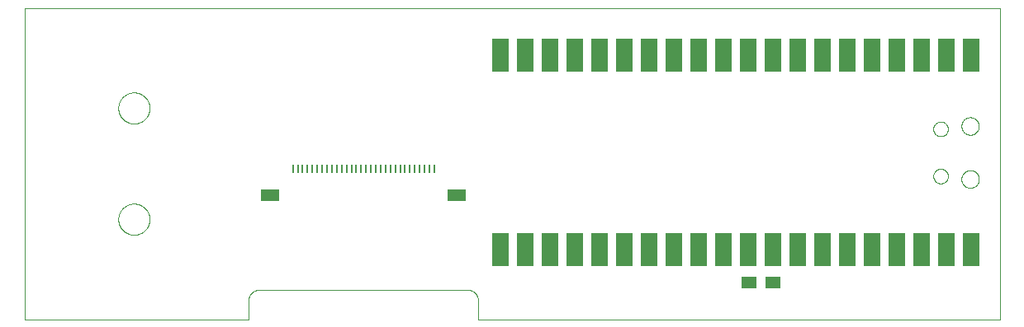
<source format=gtp>
G75*
%MOIN*%
%OFA0B0*%
%FSLAX25Y25*%
%IPPOS*%
%LPD*%
%AMOC8*
5,1,8,0,0,1.08239X$1,22.5*
%
%ADD10C,0.00000*%
%ADD11R,0.00984X0.03740*%
%ADD12R,0.07677X0.04921*%
%ADD13R,0.06299X0.05118*%
%ADD14R,0.06693X0.13780*%
D10*
X0001000Y0002063D02*
X0001000Y0128047D01*
X0394701Y0128047D01*
X0394701Y0002063D01*
X0184071Y0002063D01*
X0184071Y0009937D01*
X0184069Y0010061D01*
X0184063Y0010184D01*
X0184054Y0010308D01*
X0184040Y0010430D01*
X0184023Y0010553D01*
X0184001Y0010675D01*
X0183976Y0010796D01*
X0183947Y0010916D01*
X0183915Y0011035D01*
X0183878Y0011154D01*
X0183838Y0011271D01*
X0183795Y0011386D01*
X0183747Y0011501D01*
X0183696Y0011613D01*
X0183642Y0011724D01*
X0183584Y0011834D01*
X0183523Y0011941D01*
X0183458Y0012047D01*
X0183390Y0012150D01*
X0183319Y0012251D01*
X0183245Y0012350D01*
X0183168Y0012447D01*
X0183087Y0012541D01*
X0183004Y0012632D01*
X0182918Y0012721D01*
X0182829Y0012807D01*
X0182738Y0012890D01*
X0182644Y0012971D01*
X0182547Y0013048D01*
X0182448Y0013122D01*
X0182347Y0013193D01*
X0182244Y0013261D01*
X0182138Y0013326D01*
X0182031Y0013387D01*
X0181921Y0013445D01*
X0181810Y0013499D01*
X0181698Y0013550D01*
X0181583Y0013598D01*
X0181468Y0013641D01*
X0181351Y0013681D01*
X0181232Y0013718D01*
X0181113Y0013750D01*
X0180993Y0013779D01*
X0180872Y0013804D01*
X0180750Y0013826D01*
X0180627Y0013843D01*
X0180505Y0013857D01*
X0180381Y0013866D01*
X0180258Y0013872D01*
X0180134Y0013874D01*
X0095488Y0013874D01*
X0095364Y0013872D01*
X0095241Y0013866D01*
X0095117Y0013857D01*
X0094995Y0013843D01*
X0094872Y0013826D01*
X0094750Y0013804D01*
X0094629Y0013779D01*
X0094509Y0013750D01*
X0094390Y0013718D01*
X0094271Y0013681D01*
X0094154Y0013641D01*
X0094039Y0013598D01*
X0093924Y0013550D01*
X0093812Y0013499D01*
X0093701Y0013445D01*
X0093591Y0013387D01*
X0093484Y0013326D01*
X0093378Y0013261D01*
X0093275Y0013193D01*
X0093174Y0013122D01*
X0093075Y0013048D01*
X0092978Y0012971D01*
X0092884Y0012890D01*
X0092793Y0012807D01*
X0092704Y0012721D01*
X0092618Y0012632D01*
X0092535Y0012541D01*
X0092454Y0012447D01*
X0092377Y0012350D01*
X0092303Y0012251D01*
X0092232Y0012150D01*
X0092164Y0012047D01*
X0092099Y0011941D01*
X0092038Y0011834D01*
X0091980Y0011724D01*
X0091926Y0011613D01*
X0091875Y0011501D01*
X0091827Y0011386D01*
X0091784Y0011271D01*
X0091744Y0011154D01*
X0091707Y0011035D01*
X0091675Y0010916D01*
X0091646Y0010796D01*
X0091621Y0010675D01*
X0091599Y0010553D01*
X0091582Y0010430D01*
X0091568Y0010308D01*
X0091559Y0010184D01*
X0091553Y0010061D01*
X0091551Y0009937D01*
X0091551Y0002063D01*
X0001000Y0002063D01*
X0038934Y0042512D02*
X0038936Y0042670D01*
X0038942Y0042828D01*
X0038952Y0042986D01*
X0038966Y0043144D01*
X0038984Y0043301D01*
X0039005Y0043458D01*
X0039031Y0043614D01*
X0039061Y0043770D01*
X0039094Y0043925D01*
X0039132Y0044078D01*
X0039173Y0044231D01*
X0039218Y0044383D01*
X0039267Y0044534D01*
X0039320Y0044683D01*
X0039376Y0044831D01*
X0039436Y0044977D01*
X0039500Y0045122D01*
X0039568Y0045265D01*
X0039639Y0045407D01*
X0039713Y0045547D01*
X0039791Y0045684D01*
X0039873Y0045820D01*
X0039957Y0045954D01*
X0040046Y0046085D01*
X0040137Y0046214D01*
X0040232Y0046341D01*
X0040329Y0046466D01*
X0040430Y0046588D01*
X0040534Y0046707D01*
X0040641Y0046824D01*
X0040751Y0046938D01*
X0040864Y0047049D01*
X0040979Y0047158D01*
X0041097Y0047263D01*
X0041218Y0047365D01*
X0041341Y0047465D01*
X0041467Y0047561D01*
X0041595Y0047654D01*
X0041725Y0047744D01*
X0041858Y0047830D01*
X0041993Y0047914D01*
X0042129Y0047993D01*
X0042268Y0048070D01*
X0042409Y0048142D01*
X0042551Y0048212D01*
X0042695Y0048277D01*
X0042841Y0048339D01*
X0042988Y0048397D01*
X0043137Y0048452D01*
X0043287Y0048503D01*
X0043438Y0048550D01*
X0043590Y0048593D01*
X0043743Y0048632D01*
X0043898Y0048668D01*
X0044053Y0048699D01*
X0044209Y0048727D01*
X0044365Y0048751D01*
X0044522Y0048771D01*
X0044680Y0048787D01*
X0044837Y0048799D01*
X0044996Y0048807D01*
X0045154Y0048811D01*
X0045312Y0048811D01*
X0045470Y0048807D01*
X0045629Y0048799D01*
X0045786Y0048787D01*
X0045944Y0048771D01*
X0046101Y0048751D01*
X0046257Y0048727D01*
X0046413Y0048699D01*
X0046568Y0048668D01*
X0046723Y0048632D01*
X0046876Y0048593D01*
X0047028Y0048550D01*
X0047179Y0048503D01*
X0047329Y0048452D01*
X0047478Y0048397D01*
X0047625Y0048339D01*
X0047771Y0048277D01*
X0047915Y0048212D01*
X0048057Y0048142D01*
X0048198Y0048070D01*
X0048337Y0047993D01*
X0048473Y0047914D01*
X0048608Y0047830D01*
X0048741Y0047744D01*
X0048871Y0047654D01*
X0048999Y0047561D01*
X0049125Y0047465D01*
X0049248Y0047365D01*
X0049369Y0047263D01*
X0049487Y0047158D01*
X0049602Y0047049D01*
X0049715Y0046938D01*
X0049825Y0046824D01*
X0049932Y0046707D01*
X0050036Y0046588D01*
X0050137Y0046466D01*
X0050234Y0046341D01*
X0050329Y0046214D01*
X0050420Y0046085D01*
X0050509Y0045954D01*
X0050593Y0045820D01*
X0050675Y0045684D01*
X0050753Y0045547D01*
X0050827Y0045407D01*
X0050898Y0045265D01*
X0050966Y0045122D01*
X0051030Y0044977D01*
X0051090Y0044831D01*
X0051146Y0044683D01*
X0051199Y0044534D01*
X0051248Y0044383D01*
X0051293Y0044231D01*
X0051334Y0044078D01*
X0051372Y0043925D01*
X0051405Y0043770D01*
X0051435Y0043614D01*
X0051461Y0043458D01*
X0051482Y0043301D01*
X0051500Y0043144D01*
X0051514Y0042986D01*
X0051524Y0042828D01*
X0051530Y0042670D01*
X0051532Y0042512D01*
X0051530Y0042354D01*
X0051524Y0042196D01*
X0051514Y0042038D01*
X0051500Y0041880D01*
X0051482Y0041723D01*
X0051461Y0041566D01*
X0051435Y0041410D01*
X0051405Y0041254D01*
X0051372Y0041099D01*
X0051334Y0040946D01*
X0051293Y0040793D01*
X0051248Y0040641D01*
X0051199Y0040490D01*
X0051146Y0040341D01*
X0051090Y0040193D01*
X0051030Y0040047D01*
X0050966Y0039902D01*
X0050898Y0039759D01*
X0050827Y0039617D01*
X0050753Y0039477D01*
X0050675Y0039340D01*
X0050593Y0039204D01*
X0050509Y0039070D01*
X0050420Y0038939D01*
X0050329Y0038810D01*
X0050234Y0038683D01*
X0050137Y0038558D01*
X0050036Y0038436D01*
X0049932Y0038317D01*
X0049825Y0038200D01*
X0049715Y0038086D01*
X0049602Y0037975D01*
X0049487Y0037866D01*
X0049369Y0037761D01*
X0049248Y0037659D01*
X0049125Y0037559D01*
X0048999Y0037463D01*
X0048871Y0037370D01*
X0048741Y0037280D01*
X0048608Y0037194D01*
X0048473Y0037110D01*
X0048337Y0037031D01*
X0048198Y0036954D01*
X0048057Y0036882D01*
X0047915Y0036812D01*
X0047771Y0036747D01*
X0047625Y0036685D01*
X0047478Y0036627D01*
X0047329Y0036572D01*
X0047179Y0036521D01*
X0047028Y0036474D01*
X0046876Y0036431D01*
X0046723Y0036392D01*
X0046568Y0036356D01*
X0046413Y0036325D01*
X0046257Y0036297D01*
X0046101Y0036273D01*
X0045944Y0036253D01*
X0045786Y0036237D01*
X0045629Y0036225D01*
X0045470Y0036217D01*
X0045312Y0036213D01*
X0045154Y0036213D01*
X0044996Y0036217D01*
X0044837Y0036225D01*
X0044680Y0036237D01*
X0044522Y0036253D01*
X0044365Y0036273D01*
X0044209Y0036297D01*
X0044053Y0036325D01*
X0043898Y0036356D01*
X0043743Y0036392D01*
X0043590Y0036431D01*
X0043438Y0036474D01*
X0043287Y0036521D01*
X0043137Y0036572D01*
X0042988Y0036627D01*
X0042841Y0036685D01*
X0042695Y0036747D01*
X0042551Y0036812D01*
X0042409Y0036882D01*
X0042268Y0036954D01*
X0042129Y0037031D01*
X0041993Y0037110D01*
X0041858Y0037194D01*
X0041725Y0037280D01*
X0041595Y0037370D01*
X0041467Y0037463D01*
X0041341Y0037559D01*
X0041218Y0037659D01*
X0041097Y0037761D01*
X0040979Y0037866D01*
X0040864Y0037975D01*
X0040751Y0038086D01*
X0040641Y0038200D01*
X0040534Y0038317D01*
X0040430Y0038436D01*
X0040329Y0038558D01*
X0040232Y0038683D01*
X0040137Y0038810D01*
X0040046Y0038939D01*
X0039957Y0039070D01*
X0039873Y0039204D01*
X0039791Y0039340D01*
X0039713Y0039477D01*
X0039639Y0039617D01*
X0039568Y0039759D01*
X0039500Y0039902D01*
X0039436Y0040047D01*
X0039376Y0040193D01*
X0039320Y0040341D01*
X0039267Y0040490D01*
X0039218Y0040641D01*
X0039173Y0040793D01*
X0039132Y0040946D01*
X0039094Y0041099D01*
X0039061Y0041254D01*
X0039031Y0041410D01*
X0039005Y0041566D01*
X0038984Y0041723D01*
X0038966Y0041880D01*
X0038952Y0042038D01*
X0038942Y0042196D01*
X0038936Y0042354D01*
X0038934Y0042512D01*
X0038934Y0087512D02*
X0038936Y0087670D01*
X0038942Y0087828D01*
X0038952Y0087986D01*
X0038966Y0088144D01*
X0038984Y0088301D01*
X0039005Y0088458D01*
X0039031Y0088614D01*
X0039061Y0088770D01*
X0039094Y0088925D01*
X0039132Y0089078D01*
X0039173Y0089231D01*
X0039218Y0089383D01*
X0039267Y0089534D01*
X0039320Y0089683D01*
X0039376Y0089831D01*
X0039436Y0089977D01*
X0039500Y0090122D01*
X0039568Y0090265D01*
X0039639Y0090407D01*
X0039713Y0090547D01*
X0039791Y0090684D01*
X0039873Y0090820D01*
X0039957Y0090954D01*
X0040046Y0091085D01*
X0040137Y0091214D01*
X0040232Y0091341D01*
X0040329Y0091466D01*
X0040430Y0091588D01*
X0040534Y0091707D01*
X0040641Y0091824D01*
X0040751Y0091938D01*
X0040864Y0092049D01*
X0040979Y0092158D01*
X0041097Y0092263D01*
X0041218Y0092365D01*
X0041341Y0092465D01*
X0041467Y0092561D01*
X0041595Y0092654D01*
X0041725Y0092744D01*
X0041858Y0092830D01*
X0041993Y0092914D01*
X0042129Y0092993D01*
X0042268Y0093070D01*
X0042409Y0093142D01*
X0042551Y0093212D01*
X0042695Y0093277D01*
X0042841Y0093339D01*
X0042988Y0093397D01*
X0043137Y0093452D01*
X0043287Y0093503D01*
X0043438Y0093550D01*
X0043590Y0093593D01*
X0043743Y0093632D01*
X0043898Y0093668D01*
X0044053Y0093699D01*
X0044209Y0093727D01*
X0044365Y0093751D01*
X0044522Y0093771D01*
X0044680Y0093787D01*
X0044837Y0093799D01*
X0044996Y0093807D01*
X0045154Y0093811D01*
X0045312Y0093811D01*
X0045470Y0093807D01*
X0045629Y0093799D01*
X0045786Y0093787D01*
X0045944Y0093771D01*
X0046101Y0093751D01*
X0046257Y0093727D01*
X0046413Y0093699D01*
X0046568Y0093668D01*
X0046723Y0093632D01*
X0046876Y0093593D01*
X0047028Y0093550D01*
X0047179Y0093503D01*
X0047329Y0093452D01*
X0047478Y0093397D01*
X0047625Y0093339D01*
X0047771Y0093277D01*
X0047915Y0093212D01*
X0048057Y0093142D01*
X0048198Y0093070D01*
X0048337Y0092993D01*
X0048473Y0092914D01*
X0048608Y0092830D01*
X0048741Y0092744D01*
X0048871Y0092654D01*
X0048999Y0092561D01*
X0049125Y0092465D01*
X0049248Y0092365D01*
X0049369Y0092263D01*
X0049487Y0092158D01*
X0049602Y0092049D01*
X0049715Y0091938D01*
X0049825Y0091824D01*
X0049932Y0091707D01*
X0050036Y0091588D01*
X0050137Y0091466D01*
X0050234Y0091341D01*
X0050329Y0091214D01*
X0050420Y0091085D01*
X0050509Y0090954D01*
X0050593Y0090820D01*
X0050675Y0090684D01*
X0050753Y0090547D01*
X0050827Y0090407D01*
X0050898Y0090265D01*
X0050966Y0090122D01*
X0051030Y0089977D01*
X0051090Y0089831D01*
X0051146Y0089683D01*
X0051199Y0089534D01*
X0051248Y0089383D01*
X0051293Y0089231D01*
X0051334Y0089078D01*
X0051372Y0088925D01*
X0051405Y0088770D01*
X0051435Y0088614D01*
X0051461Y0088458D01*
X0051482Y0088301D01*
X0051500Y0088144D01*
X0051514Y0087986D01*
X0051524Y0087828D01*
X0051530Y0087670D01*
X0051532Y0087512D01*
X0051530Y0087354D01*
X0051524Y0087196D01*
X0051514Y0087038D01*
X0051500Y0086880D01*
X0051482Y0086723D01*
X0051461Y0086566D01*
X0051435Y0086410D01*
X0051405Y0086254D01*
X0051372Y0086099D01*
X0051334Y0085946D01*
X0051293Y0085793D01*
X0051248Y0085641D01*
X0051199Y0085490D01*
X0051146Y0085341D01*
X0051090Y0085193D01*
X0051030Y0085047D01*
X0050966Y0084902D01*
X0050898Y0084759D01*
X0050827Y0084617D01*
X0050753Y0084477D01*
X0050675Y0084340D01*
X0050593Y0084204D01*
X0050509Y0084070D01*
X0050420Y0083939D01*
X0050329Y0083810D01*
X0050234Y0083683D01*
X0050137Y0083558D01*
X0050036Y0083436D01*
X0049932Y0083317D01*
X0049825Y0083200D01*
X0049715Y0083086D01*
X0049602Y0082975D01*
X0049487Y0082866D01*
X0049369Y0082761D01*
X0049248Y0082659D01*
X0049125Y0082559D01*
X0048999Y0082463D01*
X0048871Y0082370D01*
X0048741Y0082280D01*
X0048608Y0082194D01*
X0048473Y0082110D01*
X0048337Y0082031D01*
X0048198Y0081954D01*
X0048057Y0081882D01*
X0047915Y0081812D01*
X0047771Y0081747D01*
X0047625Y0081685D01*
X0047478Y0081627D01*
X0047329Y0081572D01*
X0047179Y0081521D01*
X0047028Y0081474D01*
X0046876Y0081431D01*
X0046723Y0081392D01*
X0046568Y0081356D01*
X0046413Y0081325D01*
X0046257Y0081297D01*
X0046101Y0081273D01*
X0045944Y0081253D01*
X0045786Y0081237D01*
X0045629Y0081225D01*
X0045470Y0081217D01*
X0045312Y0081213D01*
X0045154Y0081213D01*
X0044996Y0081217D01*
X0044837Y0081225D01*
X0044680Y0081237D01*
X0044522Y0081253D01*
X0044365Y0081273D01*
X0044209Y0081297D01*
X0044053Y0081325D01*
X0043898Y0081356D01*
X0043743Y0081392D01*
X0043590Y0081431D01*
X0043438Y0081474D01*
X0043287Y0081521D01*
X0043137Y0081572D01*
X0042988Y0081627D01*
X0042841Y0081685D01*
X0042695Y0081747D01*
X0042551Y0081812D01*
X0042409Y0081882D01*
X0042268Y0081954D01*
X0042129Y0082031D01*
X0041993Y0082110D01*
X0041858Y0082194D01*
X0041725Y0082280D01*
X0041595Y0082370D01*
X0041467Y0082463D01*
X0041341Y0082559D01*
X0041218Y0082659D01*
X0041097Y0082761D01*
X0040979Y0082866D01*
X0040864Y0082975D01*
X0040751Y0083086D01*
X0040641Y0083200D01*
X0040534Y0083317D01*
X0040430Y0083436D01*
X0040329Y0083558D01*
X0040232Y0083683D01*
X0040137Y0083810D01*
X0040046Y0083939D01*
X0039957Y0084070D01*
X0039873Y0084204D01*
X0039791Y0084340D01*
X0039713Y0084477D01*
X0039639Y0084617D01*
X0039568Y0084759D01*
X0039500Y0084902D01*
X0039436Y0085047D01*
X0039376Y0085193D01*
X0039320Y0085341D01*
X0039267Y0085490D01*
X0039218Y0085641D01*
X0039173Y0085793D01*
X0039132Y0085946D01*
X0039094Y0086099D01*
X0039061Y0086254D01*
X0039031Y0086410D01*
X0039005Y0086566D01*
X0038984Y0086723D01*
X0038966Y0086880D01*
X0038952Y0087038D01*
X0038942Y0087196D01*
X0038936Y0087354D01*
X0038934Y0087512D01*
X0367890Y0079051D02*
X0367892Y0079159D01*
X0367898Y0079268D01*
X0367908Y0079376D01*
X0367922Y0079483D01*
X0367940Y0079590D01*
X0367961Y0079697D01*
X0367987Y0079802D01*
X0368017Y0079907D01*
X0368050Y0080010D01*
X0368087Y0080112D01*
X0368128Y0080212D01*
X0368172Y0080311D01*
X0368221Y0080409D01*
X0368272Y0080504D01*
X0368327Y0080597D01*
X0368386Y0080689D01*
X0368448Y0080778D01*
X0368513Y0080865D01*
X0368581Y0080949D01*
X0368652Y0081031D01*
X0368726Y0081110D01*
X0368803Y0081186D01*
X0368883Y0081260D01*
X0368966Y0081330D01*
X0369051Y0081398D01*
X0369138Y0081462D01*
X0369228Y0081523D01*
X0369320Y0081581D01*
X0369414Y0081635D01*
X0369510Y0081686D01*
X0369607Y0081733D01*
X0369707Y0081777D01*
X0369808Y0081817D01*
X0369910Y0081853D01*
X0370013Y0081885D01*
X0370118Y0081914D01*
X0370224Y0081938D01*
X0370330Y0081959D01*
X0370437Y0081976D01*
X0370545Y0081989D01*
X0370653Y0081998D01*
X0370762Y0082003D01*
X0370870Y0082004D01*
X0370979Y0082001D01*
X0371087Y0081994D01*
X0371195Y0081983D01*
X0371302Y0081968D01*
X0371409Y0081949D01*
X0371515Y0081926D01*
X0371620Y0081900D01*
X0371725Y0081869D01*
X0371827Y0081835D01*
X0371929Y0081797D01*
X0372029Y0081755D01*
X0372128Y0081710D01*
X0372225Y0081661D01*
X0372319Y0081608D01*
X0372412Y0081552D01*
X0372503Y0081493D01*
X0372592Y0081430D01*
X0372678Y0081365D01*
X0372762Y0081296D01*
X0372843Y0081224D01*
X0372921Y0081149D01*
X0372997Y0081071D01*
X0373070Y0080990D01*
X0373140Y0080907D01*
X0373206Y0080822D01*
X0373270Y0080734D01*
X0373330Y0080643D01*
X0373387Y0080551D01*
X0373440Y0080456D01*
X0373490Y0080360D01*
X0373536Y0080262D01*
X0373579Y0080162D01*
X0373618Y0080061D01*
X0373653Y0079958D01*
X0373685Y0079855D01*
X0373712Y0079750D01*
X0373736Y0079644D01*
X0373756Y0079537D01*
X0373772Y0079430D01*
X0373784Y0079322D01*
X0373792Y0079214D01*
X0373796Y0079105D01*
X0373796Y0078997D01*
X0373792Y0078888D01*
X0373784Y0078780D01*
X0373772Y0078672D01*
X0373756Y0078565D01*
X0373736Y0078458D01*
X0373712Y0078352D01*
X0373685Y0078247D01*
X0373653Y0078144D01*
X0373618Y0078041D01*
X0373579Y0077940D01*
X0373536Y0077840D01*
X0373490Y0077742D01*
X0373440Y0077646D01*
X0373387Y0077551D01*
X0373330Y0077459D01*
X0373270Y0077368D01*
X0373206Y0077280D01*
X0373140Y0077195D01*
X0373070Y0077112D01*
X0372997Y0077031D01*
X0372921Y0076953D01*
X0372843Y0076878D01*
X0372762Y0076806D01*
X0372678Y0076737D01*
X0372592Y0076672D01*
X0372503Y0076609D01*
X0372412Y0076550D01*
X0372320Y0076494D01*
X0372225Y0076441D01*
X0372128Y0076392D01*
X0372029Y0076347D01*
X0371929Y0076305D01*
X0371827Y0076267D01*
X0371725Y0076233D01*
X0371620Y0076202D01*
X0371515Y0076176D01*
X0371409Y0076153D01*
X0371302Y0076134D01*
X0371195Y0076119D01*
X0371087Y0076108D01*
X0370979Y0076101D01*
X0370870Y0076098D01*
X0370762Y0076099D01*
X0370653Y0076104D01*
X0370545Y0076113D01*
X0370437Y0076126D01*
X0370330Y0076143D01*
X0370224Y0076164D01*
X0370118Y0076188D01*
X0370013Y0076217D01*
X0369910Y0076249D01*
X0369808Y0076285D01*
X0369707Y0076325D01*
X0369607Y0076369D01*
X0369510Y0076416D01*
X0369414Y0076467D01*
X0369320Y0076521D01*
X0369228Y0076579D01*
X0369138Y0076640D01*
X0369051Y0076704D01*
X0368966Y0076772D01*
X0368883Y0076842D01*
X0368803Y0076916D01*
X0368726Y0076992D01*
X0368652Y0077071D01*
X0368581Y0077153D01*
X0368513Y0077237D01*
X0368448Y0077324D01*
X0368386Y0077413D01*
X0368327Y0077505D01*
X0368272Y0077598D01*
X0368221Y0077693D01*
X0368172Y0077791D01*
X0368128Y0077890D01*
X0368087Y0077990D01*
X0368050Y0078092D01*
X0368017Y0078195D01*
X0367987Y0078300D01*
X0367961Y0078405D01*
X0367940Y0078512D01*
X0367922Y0078619D01*
X0367908Y0078726D01*
X0367898Y0078834D01*
X0367892Y0078943D01*
X0367890Y0079051D01*
X0379229Y0080232D02*
X0379231Y0080350D01*
X0379237Y0080469D01*
X0379247Y0080587D01*
X0379261Y0080704D01*
X0379278Y0080821D01*
X0379300Y0080938D01*
X0379326Y0081053D01*
X0379355Y0081168D01*
X0379388Y0081282D01*
X0379425Y0081394D01*
X0379466Y0081505D01*
X0379510Y0081615D01*
X0379558Y0081723D01*
X0379610Y0081830D01*
X0379665Y0081935D01*
X0379724Y0082038D01*
X0379786Y0082138D01*
X0379851Y0082237D01*
X0379920Y0082334D01*
X0379991Y0082428D01*
X0380066Y0082519D01*
X0380144Y0082609D01*
X0380225Y0082695D01*
X0380309Y0082779D01*
X0380395Y0082860D01*
X0380485Y0082938D01*
X0380576Y0083013D01*
X0380670Y0083084D01*
X0380767Y0083153D01*
X0380866Y0083218D01*
X0380966Y0083280D01*
X0381069Y0083339D01*
X0381174Y0083394D01*
X0381281Y0083446D01*
X0381389Y0083494D01*
X0381499Y0083538D01*
X0381610Y0083579D01*
X0381722Y0083616D01*
X0381836Y0083649D01*
X0381951Y0083678D01*
X0382066Y0083704D01*
X0382183Y0083726D01*
X0382300Y0083743D01*
X0382417Y0083757D01*
X0382535Y0083767D01*
X0382654Y0083773D01*
X0382772Y0083775D01*
X0382890Y0083773D01*
X0383009Y0083767D01*
X0383127Y0083757D01*
X0383244Y0083743D01*
X0383361Y0083726D01*
X0383478Y0083704D01*
X0383593Y0083678D01*
X0383708Y0083649D01*
X0383822Y0083616D01*
X0383934Y0083579D01*
X0384045Y0083538D01*
X0384155Y0083494D01*
X0384263Y0083446D01*
X0384370Y0083394D01*
X0384475Y0083339D01*
X0384578Y0083280D01*
X0384678Y0083218D01*
X0384777Y0083153D01*
X0384874Y0083084D01*
X0384968Y0083013D01*
X0385059Y0082938D01*
X0385149Y0082860D01*
X0385235Y0082779D01*
X0385319Y0082695D01*
X0385400Y0082609D01*
X0385478Y0082519D01*
X0385553Y0082428D01*
X0385624Y0082334D01*
X0385693Y0082237D01*
X0385758Y0082138D01*
X0385820Y0082038D01*
X0385879Y0081935D01*
X0385934Y0081830D01*
X0385986Y0081723D01*
X0386034Y0081615D01*
X0386078Y0081505D01*
X0386119Y0081394D01*
X0386156Y0081282D01*
X0386189Y0081168D01*
X0386218Y0081053D01*
X0386244Y0080938D01*
X0386266Y0080821D01*
X0386283Y0080704D01*
X0386297Y0080587D01*
X0386307Y0080469D01*
X0386313Y0080350D01*
X0386315Y0080232D01*
X0386313Y0080114D01*
X0386307Y0079995D01*
X0386297Y0079877D01*
X0386283Y0079760D01*
X0386266Y0079643D01*
X0386244Y0079526D01*
X0386218Y0079411D01*
X0386189Y0079296D01*
X0386156Y0079182D01*
X0386119Y0079070D01*
X0386078Y0078959D01*
X0386034Y0078849D01*
X0385986Y0078741D01*
X0385934Y0078634D01*
X0385879Y0078529D01*
X0385820Y0078426D01*
X0385758Y0078326D01*
X0385693Y0078227D01*
X0385624Y0078130D01*
X0385553Y0078036D01*
X0385478Y0077945D01*
X0385400Y0077855D01*
X0385319Y0077769D01*
X0385235Y0077685D01*
X0385149Y0077604D01*
X0385059Y0077526D01*
X0384968Y0077451D01*
X0384874Y0077380D01*
X0384777Y0077311D01*
X0384678Y0077246D01*
X0384578Y0077184D01*
X0384475Y0077125D01*
X0384370Y0077070D01*
X0384263Y0077018D01*
X0384155Y0076970D01*
X0384045Y0076926D01*
X0383934Y0076885D01*
X0383822Y0076848D01*
X0383708Y0076815D01*
X0383593Y0076786D01*
X0383478Y0076760D01*
X0383361Y0076738D01*
X0383244Y0076721D01*
X0383127Y0076707D01*
X0383009Y0076697D01*
X0382890Y0076691D01*
X0382772Y0076689D01*
X0382654Y0076691D01*
X0382535Y0076697D01*
X0382417Y0076707D01*
X0382300Y0076721D01*
X0382183Y0076738D01*
X0382066Y0076760D01*
X0381951Y0076786D01*
X0381836Y0076815D01*
X0381722Y0076848D01*
X0381610Y0076885D01*
X0381499Y0076926D01*
X0381389Y0076970D01*
X0381281Y0077018D01*
X0381174Y0077070D01*
X0381069Y0077125D01*
X0380966Y0077184D01*
X0380866Y0077246D01*
X0380767Y0077311D01*
X0380670Y0077380D01*
X0380576Y0077451D01*
X0380485Y0077526D01*
X0380395Y0077604D01*
X0380309Y0077685D01*
X0380225Y0077769D01*
X0380144Y0077855D01*
X0380066Y0077945D01*
X0379991Y0078036D01*
X0379920Y0078130D01*
X0379851Y0078227D01*
X0379786Y0078326D01*
X0379724Y0078426D01*
X0379665Y0078529D01*
X0379610Y0078634D01*
X0379558Y0078741D01*
X0379510Y0078849D01*
X0379466Y0078959D01*
X0379425Y0079070D01*
X0379388Y0079182D01*
X0379355Y0079296D01*
X0379326Y0079411D01*
X0379300Y0079526D01*
X0379278Y0079643D01*
X0379261Y0079760D01*
X0379247Y0079877D01*
X0379237Y0079995D01*
X0379231Y0080114D01*
X0379229Y0080232D01*
X0367890Y0059957D02*
X0367892Y0060065D01*
X0367898Y0060174D01*
X0367908Y0060282D01*
X0367922Y0060389D01*
X0367940Y0060496D01*
X0367961Y0060603D01*
X0367987Y0060708D01*
X0368017Y0060813D01*
X0368050Y0060916D01*
X0368087Y0061018D01*
X0368128Y0061118D01*
X0368172Y0061217D01*
X0368221Y0061315D01*
X0368272Y0061410D01*
X0368327Y0061503D01*
X0368386Y0061595D01*
X0368448Y0061684D01*
X0368513Y0061771D01*
X0368581Y0061855D01*
X0368652Y0061937D01*
X0368726Y0062016D01*
X0368803Y0062092D01*
X0368883Y0062166D01*
X0368966Y0062236D01*
X0369051Y0062304D01*
X0369138Y0062368D01*
X0369228Y0062429D01*
X0369320Y0062487D01*
X0369414Y0062541D01*
X0369510Y0062592D01*
X0369607Y0062639D01*
X0369707Y0062683D01*
X0369808Y0062723D01*
X0369910Y0062759D01*
X0370013Y0062791D01*
X0370118Y0062820D01*
X0370224Y0062844D01*
X0370330Y0062865D01*
X0370437Y0062882D01*
X0370545Y0062895D01*
X0370653Y0062904D01*
X0370762Y0062909D01*
X0370870Y0062910D01*
X0370979Y0062907D01*
X0371087Y0062900D01*
X0371195Y0062889D01*
X0371302Y0062874D01*
X0371409Y0062855D01*
X0371515Y0062832D01*
X0371620Y0062806D01*
X0371725Y0062775D01*
X0371827Y0062741D01*
X0371929Y0062703D01*
X0372029Y0062661D01*
X0372128Y0062616D01*
X0372225Y0062567D01*
X0372319Y0062514D01*
X0372412Y0062458D01*
X0372503Y0062399D01*
X0372592Y0062336D01*
X0372678Y0062271D01*
X0372762Y0062202D01*
X0372843Y0062130D01*
X0372921Y0062055D01*
X0372997Y0061977D01*
X0373070Y0061896D01*
X0373140Y0061813D01*
X0373206Y0061728D01*
X0373270Y0061640D01*
X0373330Y0061549D01*
X0373387Y0061457D01*
X0373440Y0061362D01*
X0373490Y0061266D01*
X0373536Y0061168D01*
X0373579Y0061068D01*
X0373618Y0060967D01*
X0373653Y0060864D01*
X0373685Y0060761D01*
X0373712Y0060656D01*
X0373736Y0060550D01*
X0373756Y0060443D01*
X0373772Y0060336D01*
X0373784Y0060228D01*
X0373792Y0060120D01*
X0373796Y0060011D01*
X0373796Y0059903D01*
X0373792Y0059794D01*
X0373784Y0059686D01*
X0373772Y0059578D01*
X0373756Y0059471D01*
X0373736Y0059364D01*
X0373712Y0059258D01*
X0373685Y0059153D01*
X0373653Y0059050D01*
X0373618Y0058947D01*
X0373579Y0058846D01*
X0373536Y0058746D01*
X0373490Y0058648D01*
X0373440Y0058552D01*
X0373387Y0058457D01*
X0373330Y0058365D01*
X0373270Y0058274D01*
X0373206Y0058186D01*
X0373140Y0058101D01*
X0373070Y0058018D01*
X0372997Y0057937D01*
X0372921Y0057859D01*
X0372843Y0057784D01*
X0372762Y0057712D01*
X0372678Y0057643D01*
X0372592Y0057578D01*
X0372503Y0057515D01*
X0372412Y0057456D01*
X0372320Y0057400D01*
X0372225Y0057347D01*
X0372128Y0057298D01*
X0372029Y0057253D01*
X0371929Y0057211D01*
X0371827Y0057173D01*
X0371725Y0057139D01*
X0371620Y0057108D01*
X0371515Y0057082D01*
X0371409Y0057059D01*
X0371302Y0057040D01*
X0371195Y0057025D01*
X0371087Y0057014D01*
X0370979Y0057007D01*
X0370870Y0057004D01*
X0370762Y0057005D01*
X0370653Y0057010D01*
X0370545Y0057019D01*
X0370437Y0057032D01*
X0370330Y0057049D01*
X0370224Y0057070D01*
X0370118Y0057094D01*
X0370013Y0057123D01*
X0369910Y0057155D01*
X0369808Y0057191D01*
X0369707Y0057231D01*
X0369607Y0057275D01*
X0369510Y0057322D01*
X0369414Y0057373D01*
X0369320Y0057427D01*
X0369228Y0057485D01*
X0369138Y0057546D01*
X0369051Y0057610D01*
X0368966Y0057678D01*
X0368883Y0057748D01*
X0368803Y0057822D01*
X0368726Y0057898D01*
X0368652Y0057977D01*
X0368581Y0058059D01*
X0368513Y0058143D01*
X0368448Y0058230D01*
X0368386Y0058319D01*
X0368327Y0058411D01*
X0368272Y0058504D01*
X0368221Y0058599D01*
X0368172Y0058697D01*
X0368128Y0058796D01*
X0368087Y0058896D01*
X0368050Y0058998D01*
X0368017Y0059101D01*
X0367987Y0059206D01*
X0367961Y0059311D01*
X0367940Y0059418D01*
X0367922Y0059525D01*
X0367908Y0059632D01*
X0367898Y0059740D01*
X0367892Y0059849D01*
X0367890Y0059957D01*
X0379229Y0058776D02*
X0379231Y0058894D01*
X0379237Y0059013D01*
X0379247Y0059131D01*
X0379261Y0059248D01*
X0379278Y0059365D01*
X0379300Y0059482D01*
X0379326Y0059597D01*
X0379355Y0059712D01*
X0379388Y0059826D01*
X0379425Y0059938D01*
X0379466Y0060049D01*
X0379510Y0060159D01*
X0379558Y0060267D01*
X0379610Y0060374D01*
X0379665Y0060479D01*
X0379724Y0060582D01*
X0379786Y0060682D01*
X0379851Y0060781D01*
X0379920Y0060878D01*
X0379991Y0060972D01*
X0380066Y0061063D01*
X0380144Y0061153D01*
X0380225Y0061239D01*
X0380309Y0061323D01*
X0380395Y0061404D01*
X0380485Y0061482D01*
X0380576Y0061557D01*
X0380670Y0061628D01*
X0380767Y0061697D01*
X0380866Y0061762D01*
X0380966Y0061824D01*
X0381069Y0061883D01*
X0381174Y0061938D01*
X0381281Y0061990D01*
X0381389Y0062038D01*
X0381499Y0062082D01*
X0381610Y0062123D01*
X0381722Y0062160D01*
X0381836Y0062193D01*
X0381951Y0062222D01*
X0382066Y0062248D01*
X0382183Y0062270D01*
X0382300Y0062287D01*
X0382417Y0062301D01*
X0382535Y0062311D01*
X0382654Y0062317D01*
X0382772Y0062319D01*
X0382890Y0062317D01*
X0383009Y0062311D01*
X0383127Y0062301D01*
X0383244Y0062287D01*
X0383361Y0062270D01*
X0383478Y0062248D01*
X0383593Y0062222D01*
X0383708Y0062193D01*
X0383822Y0062160D01*
X0383934Y0062123D01*
X0384045Y0062082D01*
X0384155Y0062038D01*
X0384263Y0061990D01*
X0384370Y0061938D01*
X0384475Y0061883D01*
X0384578Y0061824D01*
X0384678Y0061762D01*
X0384777Y0061697D01*
X0384874Y0061628D01*
X0384968Y0061557D01*
X0385059Y0061482D01*
X0385149Y0061404D01*
X0385235Y0061323D01*
X0385319Y0061239D01*
X0385400Y0061153D01*
X0385478Y0061063D01*
X0385553Y0060972D01*
X0385624Y0060878D01*
X0385693Y0060781D01*
X0385758Y0060682D01*
X0385820Y0060582D01*
X0385879Y0060479D01*
X0385934Y0060374D01*
X0385986Y0060267D01*
X0386034Y0060159D01*
X0386078Y0060049D01*
X0386119Y0059938D01*
X0386156Y0059826D01*
X0386189Y0059712D01*
X0386218Y0059597D01*
X0386244Y0059482D01*
X0386266Y0059365D01*
X0386283Y0059248D01*
X0386297Y0059131D01*
X0386307Y0059013D01*
X0386313Y0058894D01*
X0386315Y0058776D01*
X0386313Y0058658D01*
X0386307Y0058539D01*
X0386297Y0058421D01*
X0386283Y0058304D01*
X0386266Y0058187D01*
X0386244Y0058070D01*
X0386218Y0057955D01*
X0386189Y0057840D01*
X0386156Y0057726D01*
X0386119Y0057614D01*
X0386078Y0057503D01*
X0386034Y0057393D01*
X0385986Y0057285D01*
X0385934Y0057178D01*
X0385879Y0057073D01*
X0385820Y0056970D01*
X0385758Y0056870D01*
X0385693Y0056771D01*
X0385624Y0056674D01*
X0385553Y0056580D01*
X0385478Y0056489D01*
X0385400Y0056399D01*
X0385319Y0056313D01*
X0385235Y0056229D01*
X0385149Y0056148D01*
X0385059Y0056070D01*
X0384968Y0055995D01*
X0384874Y0055924D01*
X0384777Y0055855D01*
X0384678Y0055790D01*
X0384578Y0055728D01*
X0384475Y0055669D01*
X0384370Y0055614D01*
X0384263Y0055562D01*
X0384155Y0055514D01*
X0384045Y0055470D01*
X0383934Y0055429D01*
X0383822Y0055392D01*
X0383708Y0055359D01*
X0383593Y0055330D01*
X0383478Y0055304D01*
X0383361Y0055282D01*
X0383244Y0055265D01*
X0383127Y0055251D01*
X0383009Y0055241D01*
X0382890Y0055235D01*
X0382772Y0055233D01*
X0382654Y0055235D01*
X0382535Y0055241D01*
X0382417Y0055251D01*
X0382300Y0055265D01*
X0382183Y0055282D01*
X0382066Y0055304D01*
X0381951Y0055330D01*
X0381836Y0055359D01*
X0381722Y0055392D01*
X0381610Y0055429D01*
X0381499Y0055470D01*
X0381389Y0055514D01*
X0381281Y0055562D01*
X0381174Y0055614D01*
X0381069Y0055669D01*
X0380966Y0055728D01*
X0380866Y0055790D01*
X0380767Y0055855D01*
X0380670Y0055924D01*
X0380576Y0055995D01*
X0380485Y0056070D01*
X0380395Y0056148D01*
X0380309Y0056229D01*
X0380225Y0056313D01*
X0380144Y0056399D01*
X0380066Y0056489D01*
X0379991Y0056580D01*
X0379920Y0056674D01*
X0379851Y0056771D01*
X0379786Y0056870D01*
X0379724Y0056970D01*
X0379665Y0057073D01*
X0379610Y0057178D01*
X0379558Y0057285D01*
X0379510Y0057393D01*
X0379466Y0057503D01*
X0379425Y0057614D01*
X0379388Y0057726D01*
X0379355Y0057840D01*
X0379326Y0057955D01*
X0379300Y0058070D01*
X0379278Y0058187D01*
X0379261Y0058304D01*
X0379247Y0058421D01*
X0379237Y0058539D01*
X0379231Y0058658D01*
X0379229Y0058776D01*
D11*
X0166461Y0062851D03*
X0164493Y0062851D03*
X0162524Y0062851D03*
X0160556Y0062851D03*
X0158587Y0062851D03*
X0156619Y0062851D03*
X0154650Y0062851D03*
X0152682Y0062851D03*
X0150713Y0062851D03*
X0148745Y0062851D03*
X0146776Y0062851D03*
X0144808Y0062851D03*
X0142839Y0062851D03*
X0140871Y0062851D03*
X0140871Y0062851D03*
X0138902Y0062851D03*
X0138902Y0062851D03*
X0138902Y0062851D03*
X0136934Y0062851D03*
X0136934Y0062851D03*
X0134965Y0062851D03*
X0134965Y0062851D03*
X0132997Y0062851D03*
X0131028Y0062851D03*
X0129060Y0062851D03*
X0129060Y0062851D03*
X0127091Y0062851D03*
X0125123Y0062851D03*
X0123154Y0062851D03*
X0121186Y0062851D03*
X0119217Y0062851D03*
X0117249Y0062851D03*
X0115280Y0062851D03*
X0113312Y0062851D03*
X0111343Y0062851D03*
X0109375Y0062851D03*
D12*
X0100320Y0052221D03*
X0175516Y0052221D03*
D13*
X0293323Y0017024D03*
X0303165Y0016827D03*
D14*
X0303283Y0030134D03*
X0293283Y0030134D03*
X0283283Y0030134D03*
X0273283Y0030134D03*
X0263283Y0030134D03*
X0253283Y0030134D03*
X0243283Y0030134D03*
X0233283Y0030134D03*
X0223283Y0030134D03*
X0213283Y0030134D03*
X0203283Y0030134D03*
X0193283Y0030134D03*
X0313283Y0030134D03*
X0323283Y0030134D03*
X0333283Y0030134D03*
X0343283Y0030134D03*
X0353283Y0030134D03*
X0363283Y0030134D03*
X0373283Y0030134D03*
X0383283Y0030134D03*
X0383283Y0108874D03*
X0373283Y0108874D03*
X0363283Y0108874D03*
X0353283Y0108874D03*
X0343283Y0108874D03*
X0333283Y0108874D03*
X0323283Y0108874D03*
X0313283Y0108874D03*
X0303283Y0108874D03*
X0293283Y0108874D03*
X0283283Y0108874D03*
X0273283Y0108874D03*
X0263283Y0108874D03*
X0253283Y0108874D03*
X0243283Y0108874D03*
X0233283Y0108874D03*
X0223283Y0108874D03*
X0213283Y0108874D03*
X0203283Y0108874D03*
X0193283Y0108874D03*
M02*

</source>
